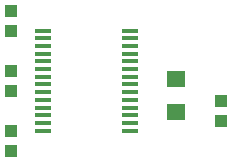
<source format=gtp>
G75*
G70*
%OFA0B0*%
%FSLAX24Y24*%
%IPPOS*%
%LPD*%
%AMOC8*
5,1,8,0,0,1.08239X$1,22.5*
%
%ADD10R,0.0550X0.0137*%
%ADD11R,0.0394X0.0433*%
%ADD12R,0.0630X0.0551*%
D10*
X008133Y003568D03*
X008133Y003824D03*
X008133Y004080D03*
X008133Y004336D03*
X008133Y004592D03*
X008133Y004848D03*
X008133Y005104D03*
X008133Y005360D03*
X008133Y005616D03*
X008133Y005872D03*
X008133Y006127D03*
X008133Y006383D03*
X008133Y006639D03*
X008133Y006895D03*
X011012Y006895D03*
X011012Y006639D03*
X011012Y006383D03*
X011012Y006127D03*
X011012Y005872D03*
X011012Y005616D03*
X011012Y005360D03*
X011012Y005104D03*
X011012Y004848D03*
X011012Y004592D03*
X011012Y004336D03*
X011012Y004080D03*
X011012Y003824D03*
X011012Y003568D03*
D11*
X007072Y002897D03*
X007072Y003566D03*
X007072Y004897D03*
X007072Y005566D03*
X007072Y006897D03*
X007072Y007566D03*
X014072Y004566D03*
X014072Y003897D03*
D12*
X012572Y004181D03*
X012572Y005283D03*
M02*

</source>
